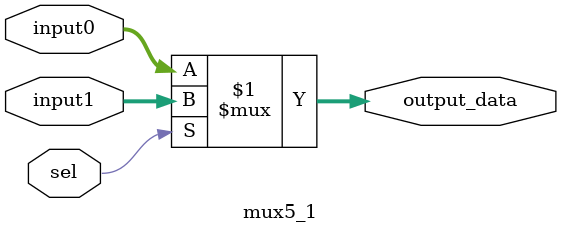
<source format=v>
`timescale 1ns / 1ps


module mux5_1(
  input [4:0] input0,input1,
         input sel,
  output [ 4:0] output_data);
  
    assign output_data = sel?input1:input0;
  
endmodule
</source>
